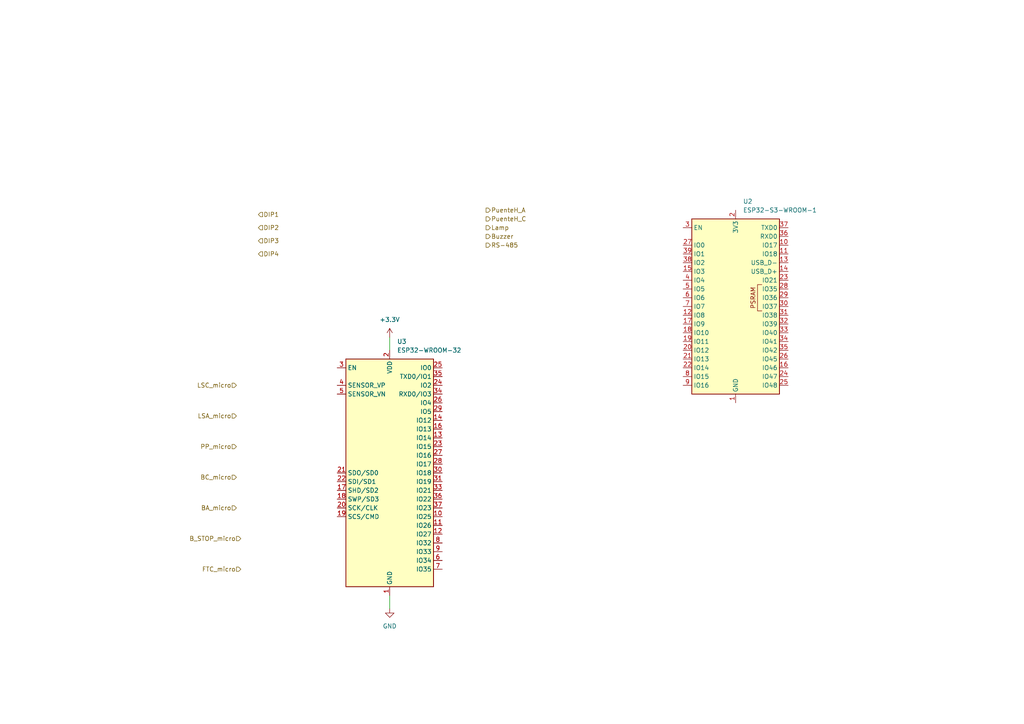
<source format=kicad_sch>
(kicad_sch
	(version 20250114)
	(generator "eeschema")
	(generator_version "9.0")
	(uuid "236dfe4a-e3ba-4b02-a8cb-721af9eabc13")
	(paper "A4")
	(lib_symbols
		(symbol "RF_Module:ESP32-S3-WROOM-1"
			(exclude_from_sim no)
			(in_bom yes)
			(on_board yes)
			(property "Reference" "U"
				(at -12.7 26.67 0)
				(effects
					(font
						(size 1.27 1.27)
					)
				)
			)
			(property "Value" "ESP32-S3-WROOM-1"
				(at 12.7 26.67 0)
				(effects
					(font
						(size 1.27 1.27)
					)
				)
			)
			(property "Footprint" "RF_Module:ESP32-S3-WROOM-1"
				(at 0 2.54 0)
				(effects
					(font
						(size 1.27 1.27)
					)
					(hide yes)
				)
			)
			(property "Datasheet" "https://www.espressif.com/sites/default/files/documentation/esp32-s3-wroom-1_wroom-1u_datasheet_en.pdf"
				(at 0 0 0)
				(effects
					(font
						(size 1.27 1.27)
					)
					(hide yes)
				)
			)
			(property "Description" "RF Module, ESP32-S3 SoC, Wi-Fi 802.11b/g/n, Bluetooth, BLE, 32-bit, 3.3V, onboard antenna, SMD"
				(at 0 0 0)
				(effects
					(font
						(size 1.27 1.27)
					)
					(hide yes)
				)
			)
			(property "ki_keywords" "RF Radio BT ESP ESP32-S3 Espressif onboard PCB antenna"
				(at 0 0 0)
				(effects
					(font
						(size 1.27 1.27)
					)
					(hide yes)
				)
			)
			(property "ki_fp_filters" "ESP32?S3?WROOM?1*"
				(at 0 0 0)
				(effects
					(font
						(size 1.27 1.27)
					)
					(hide yes)
				)
			)
			(symbol "ESP32-S3-WROOM-1_0_0"
				(rectangle
					(start -12.7 25.4)
					(end 12.7 -25.4)
					(stroke
						(width 0.254)
						(type default)
					)
					(fill
						(type background)
					)
				)
				(text "PSRAM"
					(at 5.08 2.54 900)
					(effects
						(font
							(size 1.27 1.27)
						)
					)
				)
			)
			(symbol "ESP32-S3-WROOM-1_0_1"
				(polyline
					(pts
						(xy 7.62 -1.27) (xy 6.35 -1.27) (xy 6.35 6.35) (xy 7.62 6.35)
					)
					(stroke
						(width 0)
						(type default)
					)
					(fill
						(type none)
					)
				)
			)
			(symbol "ESP32-S3-WROOM-1_1_1"
				(pin input line
					(at -15.24 22.86 0)
					(length 2.54)
					(name "EN"
						(effects
							(font
								(size 1.27 1.27)
							)
						)
					)
					(number "3"
						(effects
							(font
								(size 1.27 1.27)
							)
						)
					)
				)
				(pin bidirectional line
					(at -15.24 17.78 0)
					(length 2.54)
					(name "IO0"
						(effects
							(font
								(size 1.27 1.27)
							)
						)
					)
					(number "27"
						(effects
							(font
								(size 1.27 1.27)
							)
						)
					)
				)
				(pin bidirectional line
					(at -15.24 15.24 0)
					(length 2.54)
					(name "IO1"
						(effects
							(font
								(size 1.27 1.27)
							)
						)
					)
					(number "39"
						(effects
							(font
								(size 1.27 1.27)
							)
						)
					)
				)
				(pin bidirectional line
					(at -15.24 12.7 0)
					(length 2.54)
					(name "IO2"
						(effects
							(font
								(size 1.27 1.27)
							)
						)
					)
					(number "38"
						(effects
							(font
								(size 1.27 1.27)
							)
						)
					)
				)
				(pin bidirectional line
					(at -15.24 10.16 0)
					(length 2.54)
					(name "IO3"
						(effects
							(font
								(size 1.27 1.27)
							)
						)
					)
					(number "15"
						(effects
							(font
								(size 1.27 1.27)
							)
						)
					)
				)
				(pin bidirectional line
					(at -15.24 7.62 0)
					(length 2.54)
					(name "IO4"
						(effects
							(font
								(size 1.27 1.27)
							)
						)
					)
					(number "4"
						(effects
							(font
								(size 1.27 1.27)
							)
						)
					)
				)
				(pin bidirectional line
					(at -15.24 5.08 0)
					(length 2.54)
					(name "IO5"
						(effects
							(font
								(size 1.27 1.27)
							)
						)
					)
					(number "5"
						(effects
							(font
								(size 1.27 1.27)
							)
						)
					)
				)
				(pin bidirectional line
					(at -15.24 2.54 0)
					(length 2.54)
					(name "IO6"
						(effects
							(font
								(size 1.27 1.27)
							)
						)
					)
					(number "6"
						(effects
							(font
								(size 1.27 1.27)
							)
						)
					)
				)
				(pin bidirectional line
					(at -15.24 0 0)
					(length 2.54)
					(name "IO7"
						(effects
							(font
								(size 1.27 1.27)
							)
						)
					)
					(number "7"
						(effects
							(font
								(size 1.27 1.27)
							)
						)
					)
				)
				(pin bidirectional line
					(at -15.24 -2.54 0)
					(length 2.54)
					(name "IO8"
						(effects
							(font
								(size 1.27 1.27)
							)
						)
					)
					(number "12"
						(effects
							(font
								(size 1.27 1.27)
							)
						)
					)
				)
				(pin bidirectional line
					(at -15.24 -5.08 0)
					(length 2.54)
					(name "IO9"
						(effects
							(font
								(size 1.27 1.27)
							)
						)
					)
					(number "17"
						(effects
							(font
								(size 1.27 1.27)
							)
						)
					)
				)
				(pin bidirectional line
					(at -15.24 -7.62 0)
					(length 2.54)
					(name "IO10"
						(effects
							(font
								(size 1.27 1.27)
							)
						)
					)
					(number "18"
						(effects
							(font
								(size 1.27 1.27)
							)
						)
					)
				)
				(pin bidirectional line
					(at -15.24 -10.16 0)
					(length 2.54)
					(name "IO11"
						(effects
							(font
								(size 1.27 1.27)
							)
						)
					)
					(number "19"
						(effects
							(font
								(size 1.27 1.27)
							)
						)
					)
				)
				(pin bidirectional line
					(at -15.24 -12.7 0)
					(length 2.54)
					(name "IO12"
						(effects
							(font
								(size 1.27 1.27)
							)
						)
					)
					(number "20"
						(effects
							(font
								(size 1.27 1.27)
							)
						)
					)
				)
				(pin bidirectional line
					(at -15.24 -15.24 0)
					(length 2.54)
					(name "IO13"
						(effects
							(font
								(size 1.27 1.27)
							)
						)
					)
					(number "21"
						(effects
							(font
								(size 1.27 1.27)
							)
						)
					)
				)
				(pin bidirectional line
					(at -15.24 -17.78 0)
					(length 2.54)
					(name "IO14"
						(effects
							(font
								(size 1.27 1.27)
							)
						)
					)
					(number "22"
						(effects
							(font
								(size 1.27 1.27)
							)
						)
					)
				)
				(pin bidirectional line
					(at -15.24 -20.32 0)
					(length 2.54)
					(name "IO15"
						(effects
							(font
								(size 1.27 1.27)
							)
						)
					)
					(number "8"
						(effects
							(font
								(size 1.27 1.27)
							)
						)
					)
				)
				(pin bidirectional line
					(at -15.24 -22.86 0)
					(length 2.54)
					(name "IO16"
						(effects
							(font
								(size 1.27 1.27)
							)
						)
					)
					(number "9"
						(effects
							(font
								(size 1.27 1.27)
							)
						)
					)
				)
				(pin power_in line
					(at 0 27.94 270)
					(length 2.54)
					(name "3V3"
						(effects
							(font
								(size 1.27 1.27)
							)
						)
					)
					(number "2"
						(effects
							(font
								(size 1.27 1.27)
							)
						)
					)
				)
				(pin power_in line
					(at 0 -27.94 90)
					(length 2.54)
					(name "GND"
						(effects
							(font
								(size 1.27 1.27)
							)
						)
					)
					(number "1"
						(effects
							(font
								(size 1.27 1.27)
							)
						)
					)
				)
				(pin passive line
					(at 0 -27.94 90)
					(length 2.54)
					(hide yes)
					(name "GND"
						(effects
							(font
								(size 1.27 1.27)
							)
						)
					)
					(number "40"
						(effects
							(font
								(size 1.27 1.27)
							)
						)
					)
				)
				(pin passive line
					(at 0 -27.94 90)
					(length 2.54)
					(hide yes)
					(name "GND"
						(effects
							(font
								(size 1.27 1.27)
							)
						)
					)
					(number "41"
						(effects
							(font
								(size 1.27 1.27)
							)
						)
					)
				)
				(pin bidirectional line
					(at 15.24 22.86 180)
					(length 2.54)
					(name "TXD0"
						(effects
							(font
								(size 1.27 1.27)
							)
						)
					)
					(number "37"
						(effects
							(font
								(size 1.27 1.27)
							)
						)
					)
				)
				(pin bidirectional line
					(at 15.24 20.32 180)
					(length 2.54)
					(name "RXD0"
						(effects
							(font
								(size 1.27 1.27)
							)
						)
					)
					(number "36"
						(effects
							(font
								(size 1.27 1.27)
							)
						)
					)
				)
				(pin bidirectional line
					(at 15.24 17.78 180)
					(length 2.54)
					(name "IO17"
						(effects
							(font
								(size 1.27 1.27)
							)
						)
					)
					(number "10"
						(effects
							(font
								(size 1.27 1.27)
							)
						)
					)
				)
				(pin bidirectional line
					(at 15.24 15.24 180)
					(length 2.54)
					(name "IO18"
						(effects
							(font
								(size 1.27 1.27)
							)
						)
					)
					(number "11"
						(effects
							(font
								(size 1.27 1.27)
							)
						)
					)
				)
				(pin bidirectional line
					(at 15.24 12.7 180)
					(length 2.54)
					(name "USB_D-"
						(effects
							(font
								(size 1.27 1.27)
							)
						)
					)
					(number "13"
						(effects
							(font
								(size 1.27 1.27)
							)
						)
					)
					(alternate "IO19" bidirectional line)
				)
				(pin bidirectional line
					(at 15.24 10.16 180)
					(length 2.54)
					(name "USB_D+"
						(effects
							(font
								(size 1.27 1.27)
							)
						)
					)
					(number "14"
						(effects
							(font
								(size 1.27 1.27)
							)
						)
					)
					(alternate "IO20" bidirectional line)
				)
				(pin bidirectional line
					(at 15.24 7.62 180)
					(length 2.54)
					(name "IO21"
						(effects
							(font
								(size 1.27 1.27)
							)
						)
					)
					(number "23"
						(effects
							(font
								(size 1.27 1.27)
							)
						)
					)
				)
				(pin bidirectional line
					(at 15.24 5.08 180)
					(length 2.54)
					(name "IO35"
						(effects
							(font
								(size 1.27 1.27)
							)
						)
					)
					(number "28"
						(effects
							(font
								(size 1.27 1.27)
							)
						)
					)
				)
				(pin bidirectional line
					(at 15.24 2.54 180)
					(length 2.54)
					(name "IO36"
						(effects
							(font
								(size 1.27 1.27)
							)
						)
					)
					(number "29"
						(effects
							(font
								(size 1.27 1.27)
							)
						)
					)
				)
				(pin bidirectional line
					(at 15.24 0 180)
					(length 2.54)
					(name "IO37"
						(effects
							(font
								(size 1.27 1.27)
							)
						)
					)
					(number "30"
						(effects
							(font
								(size 1.27 1.27)
							)
						)
					)
				)
				(pin bidirectional line
					(at 15.24 -2.54 180)
					(length 2.54)
					(name "IO38"
						(effects
							(font
								(size 1.27 1.27)
							)
						)
					)
					(number "31"
						(effects
							(font
								(size 1.27 1.27)
							)
						)
					)
				)
				(pin bidirectional line
					(at 15.24 -5.08 180)
					(length 2.54)
					(name "IO39"
						(effects
							(font
								(size 1.27 1.27)
							)
						)
					)
					(number "32"
						(effects
							(font
								(size 1.27 1.27)
							)
						)
					)
				)
				(pin bidirectional line
					(at 15.24 -7.62 180)
					(length 2.54)
					(name "IO40"
						(effects
							(font
								(size 1.27 1.27)
							)
						)
					)
					(number "33"
						(effects
							(font
								(size 1.27 1.27)
							)
						)
					)
				)
				(pin bidirectional line
					(at 15.24 -10.16 180)
					(length 2.54)
					(name "IO41"
						(effects
							(font
								(size 1.27 1.27)
							)
						)
					)
					(number "34"
						(effects
							(font
								(size 1.27 1.27)
							)
						)
					)
				)
				(pin bidirectional line
					(at 15.24 -12.7 180)
					(length 2.54)
					(name "IO42"
						(effects
							(font
								(size 1.27 1.27)
							)
						)
					)
					(number "35"
						(effects
							(font
								(size 1.27 1.27)
							)
						)
					)
				)
				(pin bidirectional line
					(at 15.24 -15.24 180)
					(length 2.54)
					(name "IO45"
						(effects
							(font
								(size 1.27 1.27)
							)
						)
					)
					(number "26"
						(effects
							(font
								(size 1.27 1.27)
							)
						)
					)
				)
				(pin bidirectional line
					(at 15.24 -17.78 180)
					(length 2.54)
					(name "IO46"
						(effects
							(font
								(size 1.27 1.27)
							)
						)
					)
					(number "16"
						(effects
							(font
								(size 1.27 1.27)
							)
						)
					)
				)
				(pin bidirectional line
					(at 15.24 -20.32 180)
					(length 2.54)
					(name "IO47"
						(effects
							(font
								(size 1.27 1.27)
							)
						)
					)
					(number "24"
						(effects
							(font
								(size 1.27 1.27)
							)
						)
					)
				)
				(pin bidirectional line
					(at 15.24 -22.86 180)
					(length 2.54)
					(name "IO48"
						(effects
							(font
								(size 1.27 1.27)
							)
						)
					)
					(number "25"
						(effects
							(font
								(size 1.27 1.27)
							)
						)
					)
				)
			)
			(embedded_fonts no)
		)
		(symbol "RF_Module:ESP32-WROOM-32"
			(exclude_from_sim no)
			(in_bom yes)
			(on_board yes)
			(property "Reference" "U"
				(at -12.7 34.29 0)
				(effects
					(font
						(size 1.27 1.27)
					)
					(justify left)
				)
			)
			(property "Value" "ESP32-WROOM-32"
				(at 1.27 34.29 0)
				(effects
					(font
						(size 1.27 1.27)
					)
					(justify left)
				)
			)
			(property "Footprint" "RF_Module:ESP32-WROOM-32"
				(at 0 -38.1 0)
				(effects
					(font
						(size 1.27 1.27)
					)
					(hide yes)
				)
			)
			(property "Datasheet" "https://www.espressif.com/sites/default/files/documentation/esp32-wroom-32_datasheet_en.pdf"
				(at -7.62 1.27 0)
				(effects
					(font
						(size 1.27 1.27)
					)
					(hide yes)
				)
			)
			(property "Description" "RF Module, ESP32-D0WDQ6 SoC, Wi-Fi 802.11b/g/n, Bluetooth, BLE, 32-bit, 2.7-3.6V, onboard antenna, SMD"
				(at 0 0 0)
				(effects
					(font
						(size 1.27 1.27)
					)
					(hide yes)
				)
			)
			(property "ki_keywords" "RF Radio BT ESP ESP32 Espressif onboard PCB antenna"
				(at 0 0 0)
				(effects
					(font
						(size 1.27 1.27)
					)
					(hide yes)
				)
			)
			(property "ki_fp_filters" "ESP32?WROOM?32*"
				(at 0 0 0)
				(effects
					(font
						(size 1.27 1.27)
					)
					(hide yes)
				)
			)
			(symbol "ESP32-WROOM-32_0_1"
				(rectangle
					(start -12.7 33.02)
					(end 12.7 -33.02)
					(stroke
						(width 0.254)
						(type default)
					)
					(fill
						(type background)
					)
				)
			)
			(symbol "ESP32-WROOM-32_1_1"
				(pin input line
					(at -15.24 30.48 0)
					(length 2.54)
					(name "EN"
						(effects
							(font
								(size 1.27 1.27)
							)
						)
					)
					(number "3"
						(effects
							(font
								(size 1.27 1.27)
							)
						)
					)
				)
				(pin input line
					(at -15.24 25.4 0)
					(length 2.54)
					(name "SENSOR_VP"
						(effects
							(font
								(size 1.27 1.27)
							)
						)
					)
					(number "4"
						(effects
							(font
								(size 1.27 1.27)
							)
						)
					)
				)
				(pin input line
					(at -15.24 22.86 0)
					(length 2.54)
					(name "SENSOR_VN"
						(effects
							(font
								(size 1.27 1.27)
							)
						)
					)
					(number "5"
						(effects
							(font
								(size 1.27 1.27)
							)
						)
					)
				)
				(pin bidirectional line
					(at -15.24 0 0)
					(length 2.54)
					(name "SDO/SD0"
						(effects
							(font
								(size 1.27 1.27)
							)
						)
					)
					(number "21"
						(effects
							(font
								(size 1.27 1.27)
							)
						)
					)
				)
				(pin bidirectional line
					(at -15.24 -2.54 0)
					(length 2.54)
					(name "SDI/SD1"
						(effects
							(font
								(size 1.27 1.27)
							)
						)
					)
					(number "22"
						(effects
							(font
								(size 1.27 1.27)
							)
						)
					)
				)
				(pin bidirectional line
					(at -15.24 -5.08 0)
					(length 2.54)
					(name "SHD/SD2"
						(effects
							(font
								(size 1.27 1.27)
							)
						)
					)
					(number "17"
						(effects
							(font
								(size 1.27 1.27)
							)
						)
					)
				)
				(pin bidirectional line
					(at -15.24 -7.62 0)
					(length 2.54)
					(name "SWP/SD3"
						(effects
							(font
								(size 1.27 1.27)
							)
						)
					)
					(number "18"
						(effects
							(font
								(size 1.27 1.27)
							)
						)
					)
				)
				(pin bidirectional line
					(at -15.24 -10.16 0)
					(length 2.54)
					(name "SCK/CLK"
						(effects
							(font
								(size 1.27 1.27)
							)
						)
					)
					(number "20"
						(effects
							(font
								(size 1.27 1.27)
							)
						)
					)
				)
				(pin bidirectional line
					(at -15.24 -12.7 0)
					(length 2.54)
					(name "SCS/CMD"
						(effects
							(font
								(size 1.27 1.27)
							)
						)
					)
					(number "19"
						(effects
							(font
								(size 1.27 1.27)
							)
						)
					)
				)
				(pin no_connect line
					(at -12.7 -27.94 0)
					(length 2.54)
					(hide yes)
					(name "NC"
						(effects
							(font
								(size 1.27 1.27)
							)
						)
					)
					(number "32"
						(effects
							(font
								(size 1.27 1.27)
							)
						)
					)
				)
				(pin power_in line
					(at 0 35.56 270)
					(length 2.54)
					(name "VDD"
						(effects
							(font
								(size 1.27 1.27)
							)
						)
					)
					(number "2"
						(effects
							(font
								(size 1.27 1.27)
							)
						)
					)
				)
				(pin power_in line
					(at 0 -35.56 90)
					(length 2.54)
					(name "GND"
						(effects
							(font
								(size 1.27 1.27)
							)
						)
					)
					(number "1"
						(effects
							(font
								(size 1.27 1.27)
							)
						)
					)
				)
				(pin passive line
					(at 0 -35.56 90)
					(length 2.54)
					(hide yes)
					(name "GND"
						(effects
							(font
								(size 1.27 1.27)
							)
						)
					)
					(number "15"
						(effects
							(font
								(size 1.27 1.27)
							)
						)
					)
				)
				(pin passive line
					(at 0 -35.56 90)
					(length 2.54)
					(hide yes)
					(name "GND"
						(effects
							(font
								(size 1.27 1.27)
							)
						)
					)
					(number "38"
						(effects
							(font
								(size 1.27 1.27)
							)
						)
					)
				)
				(pin passive line
					(at 0 -35.56 90)
					(length 2.54)
					(hide yes)
					(name "GND"
						(effects
							(font
								(size 1.27 1.27)
							)
						)
					)
					(number "39"
						(effects
							(font
								(size 1.27 1.27)
							)
						)
					)
				)
				(pin bidirectional line
					(at 15.24 30.48 180)
					(length 2.54)
					(name "IO0"
						(effects
							(font
								(size 1.27 1.27)
							)
						)
					)
					(number "25"
						(effects
							(font
								(size 1.27 1.27)
							)
						)
					)
				)
				(pin bidirectional line
					(at 15.24 27.94 180)
					(length 2.54)
					(name "TXD0/IO1"
						(effects
							(font
								(size 1.27 1.27)
							)
						)
					)
					(number "35"
						(effects
							(font
								(size 1.27 1.27)
							)
						)
					)
				)
				(pin bidirectional line
					(at 15.24 25.4 180)
					(length 2.54)
					(name "IO2"
						(effects
							(font
								(size 1.27 1.27)
							)
						)
					)
					(number "24"
						(effects
							(font
								(size 1.27 1.27)
							)
						)
					)
				)
				(pin bidirectional line
					(at 15.24 22.86 180)
					(length 2.54)
					(name "RXD0/IO3"
						(effects
							(font
								(size 1.27 1.27)
							)
						)
					)
					(number "34"
						(effects
							(font
								(size 1.27 1.27)
							)
						)
					)
				)
				(pin bidirectional line
					(at 15.24 20.32 180)
					(length 2.54)
					(name "IO4"
						(effects
							(font
								(size 1.27 1.27)
							)
						)
					)
					(number "26"
						(effects
							(font
								(size 1.27 1.27)
							)
						)
					)
				)
				(pin bidirectional line
					(at 15.24 17.78 180)
					(length 2.54)
					(name "IO5"
						(effects
							(font
								(size 1.27 1.27)
							)
						)
					)
					(number "29"
						(effects
							(font
								(size 1.27 1.27)
							)
						)
					)
				)
				(pin bidirectional line
					(at 15.24 15.24 180)
					(length 2.54)
					(name "IO12"
						(effects
							(font
								(size 1.27 1.27)
							)
						)
					)
					(number "14"
						(effects
							(font
								(size 1.27 1.27)
							)
						)
					)
				)
				(pin bidirectional line
					(at 15.24 12.7 180)
					(length 2.54)
					(name "IO13"
						(effects
							(font
								(size 1.27 1.27)
							)
						)
					)
					(number "16"
						(effects
							(font
								(size 1.27 1.27)
							)
						)
					)
				)
				(pin bidirectional line
					(at 15.24 10.16 180)
					(length 2.54)
					(name "IO14"
						(effects
							(font
								(size 1.27 1.27)
							)
						)
					)
					(number "13"
						(effects
							(font
								(size 1.27 1.27)
							)
						)
					)
				)
				(pin bidirectional line
					(at 15.24 7.62 180)
					(length 2.54)
					(name "IO15"
						(effects
							(font
								(size 1.27 1.27)
							)
						)
					)
					(number "23"
						(effects
							(font
								(size 1.27 1.27)
							)
						)
					)
				)
				(pin bidirectional line
					(at 15.24 5.08 180)
					(length 2.54)
					(name "IO16"
						(effects
							(font
								(size 1.27 1.27)
							)
						)
					)
					(number "27"
						(effects
							(font
								(size 1.27 1.27)
							)
						)
					)
				)
				(pin bidirectional line
					(at 15.24 2.54 180)
					(length 2.54)
					(name "IO17"
						(effects
							(font
								(size 1.27 1.27)
							)
						)
					)
					(number "28"
						(effects
							(font
								(size 1.27 1.27)
							)
						)
					)
				)
				(pin bidirectional line
					(at 15.24 0 180)
					(length 2.54)
					(name "IO18"
						(effects
							(font
								(size 1.27 1.27)
							)
						)
					)
					(number "30"
						(effects
							(font
								(size 1.27 1.27)
							)
						)
					)
				)
				(pin bidirectional line
					(at 15.24 -2.54 180)
					(length 2.54)
					(name "IO19"
						(effects
							(font
								(size 1.27 1.27)
							)
						)
					)
					(number "31"
						(effects
							(font
								(size 1.27 1.27)
							)
						)
					)
				)
				(pin bidirectional line
					(at 15.24 -5.08 180)
					(length 2.54)
					(name "IO21"
						(effects
							(font
								(size 1.27 1.27)
							)
						)
					)
					(number "33"
						(effects
							(font
								(size 1.27 1.27)
							)
						)
					)
				)
				(pin bidirectional line
					(at 15.24 -7.62 180)
					(length 2.54)
					(name "IO22"
						(effects
							(font
								(size 1.27 1.27)
							)
						)
					)
					(number "36"
						(effects
							(font
								(size 1.27 1.27)
							)
						)
					)
				)
				(pin bidirectional line
					(at 15.24 -10.16 180)
					(length 2.54)
					(name "IO23"
						(effects
							(font
								(size 1.27 1.27)
							)
						)
					)
					(number "37"
						(effects
							(font
								(size 1.27 1.27)
							)
						)
					)
				)
				(pin bidirectional line
					(at 15.24 -12.7 180)
					(length 2.54)
					(name "IO25"
						(effects
							(font
								(size 1.27 1.27)
							)
						)
					)
					(number "10"
						(effects
							(font
								(size 1.27 1.27)
							)
						)
					)
				)
				(pin bidirectional line
					(at 15.24 -15.24 180)
					(length 2.54)
					(name "IO26"
						(effects
							(font
								(size 1.27 1.27)
							)
						)
					)
					(number "11"
						(effects
							(font
								(size 1.27 1.27)
							)
						)
					)
				)
				(pin bidirectional line
					(at 15.24 -17.78 180)
					(length 2.54)
					(name "IO27"
						(effects
							(font
								(size 1.27 1.27)
							)
						)
					)
					(number "12"
						(effects
							(font
								(size 1.27 1.27)
							)
						)
					)
				)
				(pin bidirectional line
					(at 15.24 -20.32 180)
					(length 2.54)
					(name "IO32"
						(effects
							(font
								(size 1.27 1.27)
							)
						)
					)
					(number "8"
						(effects
							(font
								(size 1.27 1.27)
							)
						)
					)
				)
				(pin bidirectional line
					(at 15.24 -22.86 180)
					(length 2.54)
					(name "IO33"
						(effects
							(font
								(size 1.27 1.27)
							)
						)
					)
					(number "9"
						(effects
							(font
								(size 1.27 1.27)
							)
						)
					)
				)
				(pin input line
					(at 15.24 -25.4 180)
					(length 2.54)
					(name "IO34"
						(effects
							(font
								(size 1.27 1.27)
							)
						)
					)
					(number "6"
						(effects
							(font
								(size 1.27 1.27)
							)
						)
					)
				)
				(pin input line
					(at 15.24 -27.94 180)
					(length 2.54)
					(name "IO35"
						(effects
							(font
								(size 1.27 1.27)
							)
						)
					)
					(number "7"
						(effects
							(font
								(size 1.27 1.27)
							)
						)
					)
				)
			)
			(embedded_fonts no)
		)
		(symbol "power:+3.3V"
			(power)
			(pin_numbers
				(hide yes)
			)
			(pin_names
				(offset 0)
				(hide yes)
			)
			(exclude_from_sim no)
			(in_bom yes)
			(on_board yes)
			(property "Reference" "#PWR"
				(at 0 -3.81 0)
				(effects
					(font
						(size 1.27 1.27)
					)
					(hide yes)
				)
			)
			(property "Value" "+3.3V"
				(at 0 3.556 0)
				(effects
					(font
						(size 1.27 1.27)
					)
				)
			)
			(property "Footprint" ""
				(at 0 0 0)
				(effects
					(font
						(size 1.27 1.27)
					)
					(hide yes)
				)
			)
			(property "Datasheet" ""
				(at 0 0 0)
				(effects
					(font
						(size 1.27 1.27)
					)
					(hide yes)
				)
			)
			(property "Description" "Power symbol creates a global label with name \"+3.3V\""
				(at 0 0 0)
				(effects
					(font
						(size 1.27 1.27)
					)
					(hide yes)
				)
			)
			(property "ki_keywords" "global power"
				(at 0 0 0)
				(effects
					(font
						(size 1.27 1.27)
					)
					(hide yes)
				)
			)
			(symbol "+3.3V_0_1"
				(polyline
					(pts
						(xy -0.762 1.27) (xy 0 2.54)
					)
					(stroke
						(width 0)
						(type default)
					)
					(fill
						(type none)
					)
				)
				(polyline
					(pts
						(xy 0 2.54) (xy 0.762 1.27)
					)
					(stroke
						(width 0)
						(type default)
					)
					(fill
						(type none)
					)
				)
				(polyline
					(pts
						(xy 0 0) (xy 0 2.54)
					)
					(stroke
						(width 0)
						(type default)
					)
					(fill
						(type none)
					)
				)
			)
			(symbol "+3.3V_1_1"
				(pin power_in line
					(at 0 0 90)
					(length 0)
					(name "~"
						(effects
							(font
								(size 1.27 1.27)
							)
						)
					)
					(number "1"
						(effects
							(font
								(size 1.27 1.27)
							)
						)
					)
				)
			)
			(embedded_fonts no)
		)
		(symbol "power:GND"
			(power)
			(pin_numbers
				(hide yes)
			)
			(pin_names
				(offset 0)
				(hide yes)
			)
			(exclude_from_sim no)
			(in_bom yes)
			(on_board yes)
			(property "Reference" "#PWR"
				(at 0 -6.35 0)
				(effects
					(font
						(size 1.27 1.27)
					)
					(hide yes)
				)
			)
			(property "Value" "GND"
				(at 0 -3.81 0)
				(effects
					(font
						(size 1.27 1.27)
					)
				)
			)
			(property "Footprint" ""
				(at 0 0 0)
				(effects
					(font
						(size 1.27 1.27)
					)
					(hide yes)
				)
			)
			(property "Datasheet" ""
				(at 0 0 0)
				(effects
					(font
						(size 1.27 1.27)
					)
					(hide yes)
				)
			)
			(property "Description" "Power symbol creates a global label with name \"GND\" , ground"
				(at 0 0 0)
				(effects
					(font
						(size 1.27 1.27)
					)
					(hide yes)
				)
			)
			(property "ki_keywords" "global power"
				(at 0 0 0)
				(effects
					(font
						(size 1.27 1.27)
					)
					(hide yes)
				)
			)
			(symbol "GND_0_1"
				(polyline
					(pts
						(xy 0 0) (xy 0 -1.27) (xy 1.27 -1.27) (xy 0 -2.54) (xy -1.27 -1.27) (xy 0 -1.27)
					)
					(stroke
						(width 0)
						(type default)
					)
					(fill
						(type none)
					)
				)
			)
			(symbol "GND_1_1"
				(pin power_in line
					(at 0 0 270)
					(length 0)
					(name "~"
						(effects
							(font
								(size 1.27 1.27)
							)
						)
					)
					(number "1"
						(effects
							(font
								(size 1.27 1.27)
							)
						)
					)
				)
			)
			(embedded_fonts no)
		)
	)
	(wire
		(pts
			(xy 113.03 97.79) (xy 113.03 101.6)
		)
		(stroke
			(width 0)
			(type default)
		)
		(uuid "0b5999f7-a524-4a1e-94b9-bb70ab48ac25")
	)
	(wire
		(pts
			(xy 113.03 172.72) (xy 113.03 176.53)
		)
		(stroke
			(width 0)
			(type default)
		)
		(uuid "9ebe6ee9-c615-43aa-8fbc-3cc64f9580b7")
	)
	(hierarchical_label "FTC_micro"
		(shape input)
		(at 69.85 165.1 180)
		(effects
			(font
				(size 1.27 1.27)
			)
			(justify right)
		)
		(uuid "244b0e09-4646-4546-a842-78cde00d50cb")
	)
	(hierarchical_label "PuenteH_A"
		(shape output)
		(at 140.97 60.96 0)
		(effects
			(font
				(size 1.27 1.27)
			)
			(justify left)
		)
		(uuid "25f5597b-ea15-4e76-9123-43d11779f582")
	)
	(hierarchical_label "DIP2"
		(shape input)
		(at 74.93 66.04 0)
		(effects
			(font
				(size 1.27 1.27)
			)
			(justify left)
		)
		(uuid "30182ae9-1680-4b34-abc1-f8ee561c748f")
	)
	(hierarchical_label "Buzzer"
		(shape output)
		(at 140.97 68.58 0)
		(effects
			(font
				(size 1.27 1.27)
			)
			(justify left)
		)
		(uuid "4116b551-6dcb-4bcc-9e60-0935d711a4a9")
	)
	(hierarchical_label "Lamp"
		(shape output)
		(at 140.97 66.04 0)
		(effects
			(font
				(size 1.27 1.27)
			)
			(justify left)
		)
		(uuid "4a43aaee-c486-45bd-a304-7025dc3e16f9")
	)
	(hierarchical_label "LSA_micro"
		(shape input)
		(at 68.58 120.65 180)
		(effects
			(font
				(size 1.27 1.27)
			)
			(justify right)
		)
		(uuid "52b35070-1a22-4098-b52d-ccccb39c3b8e")
	)
	(hierarchical_label "B_STOP_micro"
		(shape input)
		(at 69.85 156.21 180)
		(effects
			(font
				(size 1.27 1.27)
			)
			(justify right)
		)
		(uuid "634c9e09-ed8c-46a2-a660-669e982d1f01")
	)
	(hierarchical_label "DIP1"
		(shape input)
		(at 74.93 62.23 0)
		(effects
			(font
				(size 1.27 1.27)
			)
			(justify left)
		)
		(uuid "7040bce2-eee1-4bb7-a64d-43f75768b2f3")
	)
	(hierarchical_label "LSC_micro"
		(shape input)
		(at 68.58 111.76 180)
		(effects
			(font
				(size 1.27 1.27)
			)
			(justify right)
		)
		(uuid "75ede2b9-41af-4b63-8bdb-bcfaaa62d739")
	)
	(hierarchical_label "RS-485"
		(shape output)
		(at 140.97 71.12 0)
		(effects
			(font
				(size 1.27 1.27)
			)
			(justify left)
		)
		(uuid "97249e0a-4558-498e-8822-3a7cd89d1b44")
	)
	(hierarchical_label "DIP4"
		(shape input)
		(at 74.93 73.66 0)
		(effects
			(font
				(size 1.27 1.27)
			)
			(justify left)
		)
		(uuid "9a3d7433-5289-43c2-8e45-c9645324d0b2")
	)
	(hierarchical_label "PuenteH_C"
		(shape output)
		(at 140.97 63.5 0)
		(effects
			(font
				(size 1.27 1.27)
			)
			(justify left)
		)
		(uuid "ac02e2a6-02f2-4c23-a4da-585f28a516db")
	)
	(hierarchical_label "BC_micro"
		(shape input)
		(at 68.58 138.43 180)
		(effects
			(font
				(size 1.27 1.27)
			)
			(justify right)
		)
		(uuid "ba62a3cb-6156-4a8b-a7a8-ed4a8d54b0da")
	)
	(hierarchical_label "BA_micro"
		(shape input)
		(at 68.58 147.32 180)
		(effects
			(font
				(size 1.27 1.27)
			)
			(justify right)
		)
		(uuid "ca0c5504-2003-4255-8c0d-6f257e3416db")
	)
	(hierarchical_label "DIP3"
		(shape input)
		(at 74.93 69.85 0)
		(effects
			(font
				(size 1.27 1.27)
			)
			(justify left)
		)
		(uuid "e450c3ba-c360-457a-8c9a-2a6da61c6b31")
	)
	(hierarchical_label "PP_micro"
		(shape input)
		(at 68.58 129.54 180)
		(effects
			(font
				(size 1.27 1.27)
			)
			(justify right)
		)
		(uuid "eb2f2455-97de-4289-852d-d96be8223334")
	)
	(symbol
		(lib_id "RF_Module:ESP32-WROOM-32")
		(at 113.03 137.16 0)
		(unit 1)
		(exclude_from_sim no)
		(in_bom yes)
		(on_board yes)
		(dnp no)
		(fields_autoplaced yes)
		(uuid "128d8b96-e7ff-4a34-ab68-fe5fac91a538")
		(property "Reference" "U3"
			(at 115.1733 99.06 0)
			(effects
				(font
					(size 1.27 1.27)
				)
				(justify left)
			)
		)
		(property "Value" "ESP32-WROOM-32"
			(at 115.1733 101.6 0)
			(effects
				(font
					(size 1.27 1.27)
				)
				(justify left)
			)
		)
		(property "Footprint" "RF_Module:ESP32-WROOM-32"
			(at 113.03 175.26 0)
			(effects
				(font
					(size 1.27 1.27)
				)
				(hide yes)
			)
		)
		(property "Datasheet" "https://www.espressif.com/sites/default/files/documentation/esp32-wroom-32_datasheet_en.pdf"
			(at 105.41 135.89 0)
			(effects
				(font
					(size 1.27 1.27)
				)
				(hide yes)
			)
		)
		(property "Description" "RF Module, ESP32-D0WDQ6 SoC, Wi-Fi 802.11b/g/n, Bluetooth, BLE, 32-bit, 2.7-3.6V, onboard antenna, SMD"
			(at 113.03 137.16 0)
			(effects
				(font
					(size 1.27 1.27)
				)
				(hide yes)
			)
		)
		(pin "22"
			(uuid "87560913-9f80-4f9a-86be-17b4cf69e12a")
		)
		(pin "20"
			(uuid "ff0cffb3-9e46-4830-a277-d3fc18b448bd")
		)
		(pin "1"
			(uuid "33dfcbf8-14b1-4c5d-9137-22e54b17b798")
		)
		(pin "15"
			(uuid "836c0c68-85da-466e-ac11-6eeaf99b198b")
		)
		(pin "38"
			(uuid "f3cbb6d8-708b-4b1e-a0f3-1f9fb5aca9ac")
		)
		(pin "25"
			(uuid "612a427a-d6ed-4d24-8567-0d457ff0f895")
		)
		(pin "35"
			(uuid "384ce225-0bf6-45e9-9ea5-c0bea2f1e0a1")
		)
		(pin "32"
			(uuid "2dbd0a0f-7857-4809-9ff4-5965a993fab1")
		)
		(pin "21"
			(uuid "dac42969-a45a-4fb8-8cca-e00ffaf58b5f")
		)
		(pin "3"
			(uuid "7229431c-e87d-41aa-9600-ee9de96a725a")
		)
		(pin "5"
			(uuid "dac82f87-14b2-4d94-8f9a-0082a8f42ad8")
		)
		(pin "4"
			(uuid "dae9b688-9659-4a98-a107-f9e5091a5ec3")
		)
		(pin "17"
			(uuid "453e003f-a217-44d2-9447-9c42129bd281")
		)
		(pin "18"
			(uuid "e87a833f-5aad-44ad-aa69-8f933d13416c")
		)
		(pin "19"
			(uuid "54c8dee0-e7b5-422a-9ccb-3623baf5b718")
		)
		(pin "2"
			(uuid "26151391-106e-4cce-9f9d-1eb3d433f899")
		)
		(pin "39"
			(uuid "bf61e5f9-d752-44b3-9a12-1a7099596302")
		)
		(pin "24"
			(uuid "b6b452e3-6063-44fa-8b02-f5e8173077ca")
		)
		(pin "33"
			(uuid "d95220c5-a245-43f1-884f-9283ac33a005")
		)
		(pin "7"
			(uuid "2e1165ce-6d55-4584-9521-8d63efebb082")
		)
		(pin "37"
			(uuid "12e2023d-f05b-4528-94b5-59b1852d31d7")
		)
		(pin "14"
			(uuid "177bcbae-744b-4a84-a1b3-097c1e498a68")
		)
		(pin "36"
			(uuid "b6860773-1513-4ad3-a91e-94736be92f97")
		)
		(pin "8"
			(uuid "450889d9-b77a-4765-aaa1-5cb476cb7766")
		)
		(pin "30"
			(uuid "dbe1d1cb-bf6e-4bc9-9b9c-d977a1fcf57e")
		)
		(pin "27"
			(uuid "f60c433f-daf0-4c5d-aae3-b547b4d3dafa")
		)
		(pin "34"
			(uuid "eb82af2f-75b1-4901-8d82-7c5bc6d56159")
		)
		(pin "23"
			(uuid "4e6ca84a-9799-4448-a392-0b84add6f412")
		)
		(pin "10"
			(uuid "e783d965-6699-40e5-a961-d15c7aa98525")
		)
		(pin "12"
			(uuid "59378005-47c5-49fd-9147-79bc702340d1")
		)
		(pin "6"
			(uuid "d31b9e3c-ba76-4c68-b6d8-f928bc578925")
		)
		(pin "9"
			(uuid "fc0ec5dd-c9eb-445f-839f-c5dbbebcafec")
		)
		(pin "26"
			(uuid "3de926c0-0e48-46df-9103-1f34cb57c3f6")
		)
		(pin "28"
			(uuid "16c4af5b-7cbc-4691-8f2f-62331c77d9d6")
		)
		(pin "16"
			(uuid "c6cb80ee-1b88-4ef2-9524-4ee81ce2dffd")
		)
		(pin "29"
			(uuid "447d600f-a59c-41f2-99d2-c5110b3e5c3c")
		)
		(pin "31"
			(uuid "a0587564-cf27-49ca-9718-46fd97682d85")
		)
		(pin "13"
			(uuid "d1bd9528-3660-4769-9e75-8a0a98f72982")
		)
		(pin "11"
			(uuid "662f8b92-55e5-4a83-a2c4-ccfe363a7b5e")
		)
		(instances
			(project ""
				(path "/1b977d99-1d22-4971-9e37-13f65a474bc7/be4a5a19-382f-465e-8ce7-b4d36dda7d2a/5df3b7e9-7623-4507-b778-b28e041d7a6c"
					(reference "U3")
					(unit 1)
				)
			)
		)
	)
	(symbol
		(lib_id "power:GND")
		(at 113.03 176.53 0)
		(unit 1)
		(exclude_from_sim no)
		(in_bom yes)
		(on_board yes)
		(dnp no)
		(fields_autoplaced yes)
		(uuid "2ea62e90-fb7f-4f47-afca-7bf64143a818")
		(property "Reference" "#PWR010"
			(at 113.03 182.88 0)
			(effects
				(font
					(size 1.27 1.27)
				)
				(hide yes)
			)
		)
		(property "Value" "GND"
			(at 113.03 181.61 0)
			(effects
				(font
					(size 1.27 1.27)
				)
			)
		)
		(property "Footprint" ""
			(at 113.03 176.53 0)
			(effects
				(font
					(size 1.27 1.27)
				)
				(hide yes)
			)
		)
		(property "Datasheet" ""
			(at 113.03 176.53 0)
			(effects
				(font
					(size 1.27 1.27)
				)
				(hide yes)
			)
		)
		(property "Description" "Power symbol creates a global label with name \"GND\" , ground"
			(at 113.03 176.53 0)
			(effects
				(font
					(size 1.27 1.27)
				)
				(hide yes)
			)
		)
		(pin "1"
			(uuid "5fe41ecd-939b-44b8-b4ed-dddfc18542ce")
		)
		(instances
			(project ""
				(path "/1b977d99-1d22-4971-9e37-13f65a474bc7/be4a5a19-382f-465e-8ce7-b4d36dda7d2a/5df3b7e9-7623-4507-b778-b28e041d7a6c"
					(reference "#PWR010")
					(unit 1)
				)
			)
		)
	)
	(symbol
		(lib_id "RF_Module:ESP32-S3-WROOM-1")
		(at 213.36 88.9 0)
		(unit 1)
		(exclude_from_sim no)
		(in_bom yes)
		(on_board yes)
		(dnp no)
		(fields_autoplaced yes)
		(uuid "669beb42-7c6f-46e3-a22d-6fb8f02247c7")
		(property "Reference" "U2"
			(at 215.5033 58.42 0)
			(effects
				(font
					(size 1.27 1.27)
				)
				(justify left)
			)
		)
		(property "Value" "ESP32-S3-WROOM-1"
			(at 215.5033 60.96 0)
			(effects
				(font
					(size 1.27 1.27)
				)
				(justify left)
			)
		)
		(property "Footprint" "RF_Module:ESP32-S3-WROOM-1"
			(at 213.36 86.36 0)
			(effects
				(font
					(size 1.27 1.27)
				)
				(hide yes)
			)
		)
		(property "Datasheet" "https://www.espressif.com/sites/default/files/documentation/esp32-s3-wroom-1_wroom-1u_datasheet_en.pdf"
			(at 213.36 88.9 0)
			(effects
				(font
					(size 1.27 1.27)
				)
				(hide yes)
			)
		)
		(property "Description" "RF Module, ESP32-S3 SoC, Wi-Fi 802.11b/g/n, Bluetooth, BLE, 32-bit, 3.3V, onboard antenna, SMD"
			(at 213.36 88.9 0)
			(effects
				(font
					(size 1.27 1.27)
				)
				(hide yes)
			)
		)
		(pin "3"
			(uuid "2de34d5e-a062-4e17-897c-2369c017254c")
		)
		(pin "39"
			(uuid "46b8f560-21ed-495b-85b6-4fc28a301c4a")
		)
		(pin "7"
			(uuid "f832ce47-e43c-4e07-852e-0e80388c388f")
		)
		(pin "17"
			(uuid "5c7ce808-f937-49b0-949a-888f0ed36703")
		)
		(pin "20"
			(uuid "341a189f-b9e3-4b4d-bbae-64fc14367351")
		)
		(pin "22"
			(uuid "613e42f4-1ceb-4177-8072-bade6a3868c3")
		)
		(pin "38"
			(uuid "7e5ab759-0060-4e38-8c7b-f686f64b23b5")
		)
		(pin "27"
			(uuid "60bcb9f2-36fc-45f1-9344-fbf475ea269e")
		)
		(pin "4"
			(uuid "0255cd3a-1baa-4d5f-89e0-f7ddf9e046db")
		)
		(pin "15"
			(uuid "cb405d44-2046-49d5-827a-f20dd96b6d4c")
		)
		(pin "5"
			(uuid "9455aba6-4df1-4e73-ac70-6dcb91c024a0")
		)
		(pin "6"
			(uuid "70db2d38-cfc3-469d-bd65-0cb6183b6486")
		)
		(pin "12"
			(uuid "9ccafd32-867b-46f1-ae34-e34a39614311")
		)
		(pin "18"
			(uuid "a4b607de-b987-4c21-85b6-6d6429771130")
		)
		(pin "19"
			(uuid "0f18d8a6-efcf-4f86-9578-a666ac28b9ba")
		)
		(pin "21"
			(uuid "22365387-6ca1-41bb-8ebc-87caf4518154")
		)
		(pin "2"
			(uuid "8715ccbb-dbc9-49dd-af2a-e94421fe60bb")
		)
		(pin "35"
			(uuid "6a4805f8-85ee-4f91-a4f7-f839ee0911f5")
		)
		(pin "41"
			(uuid "ff5bf514-9af1-4114-a73a-9bb8f3e15e23")
		)
		(pin "11"
			(uuid "a21a6ba9-1964-4dcc-bb6d-2ac925580303")
		)
		(pin "10"
			(uuid "8260270f-a1e4-433a-872b-620affe98ab6")
		)
		(pin "13"
			(uuid "a9c55283-586c-48e9-aadb-8a12bf5efee2")
		)
		(pin "31"
			(uuid "52038050-443b-4703-b0eb-78b1f74ca123")
		)
		(pin "36"
			(uuid "c3eee0fd-1bb6-406d-b935-885f28ebb56a")
		)
		(pin "30"
			(uuid "6eb58126-02bb-4042-a954-ef46fbc8ff7c")
		)
		(pin "1"
			(uuid "8fd11c68-63bb-49c8-b3f3-e4e84b4c593d")
		)
		(pin "37"
			(uuid "04129740-c3ed-4242-9881-768caee2545c")
		)
		(pin "32"
			(uuid "055bab54-bda9-4815-a015-6a0c9ada5ec5")
		)
		(pin "34"
			(uuid "4b0929c5-1c26-4da3-906d-c30fb36ef238")
		)
		(pin "25"
			(uuid "43d72dff-afdc-4b8b-aa73-40666866b348")
		)
		(pin "29"
			(uuid "43fbb495-2014-4e03-9e83-f1829881529f")
		)
		(pin "16"
			(uuid "7081b976-13f5-4348-8df1-5d432ea54878")
		)
		(pin "9"
			(uuid "fa9b4203-64f5-425c-a2b6-4922ba5ff350")
		)
		(pin "8"
			(uuid "00877d1c-40cf-4582-917b-bb284591e58f")
		)
		(pin "40"
			(uuid "1c993d95-fdaf-4fea-b175-df42d70208c4")
		)
		(pin "23"
			(uuid "54caa329-764e-4a16-a763-9ace82b5b875")
		)
		(pin "28"
			(uuid "6088dbfa-0199-4448-8c9f-d62fd5c0ce15")
		)
		(pin "14"
			(uuid "2d24cfe2-920d-4fbf-ae90-4df99f222933")
		)
		(pin "33"
			(uuid "ef8c56c1-b0db-4a29-9406-3c5751ab74b0")
		)
		(pin "26"
			(uuid "acf26ef9-8213-478c-9062-78509841bfd3")
		)
		(pin "24"
			(uuid "e01e97d0-624b-405d-b021-6fc54e3be1e8")
		)
		(instances
			(project ""
				(path "/1b977d99-1d22-4971-9e37-13f65a474bc7/be4a5a19-382f-465e-8ce7-b4d36dda7d2a/5df3b7e9-7623-4507-b778-b28e041d7a6c"
					(reference "U2")
					(unit 1)
				)
			)
		)
	)
	(symbol
		(lib_id "power:+3.3V")
		(at 113.03 97.79 0)
		(unit 1)
		(exclude_from_sim no)
		(in_bom yes)
		(on_board yes)
		(dnp no)
		(fields_autoplaced yes)
		(uuid "da3edd4e-9b22-43fc-80d0-0b17ac3281fc")
		(property "Reference" "#PWR09"
			(at 113.03 101.6 0)
			(effects
				(font
					(size 1.27 1.27)
				)
				(hide yes)
			)
		)
		(property "Value" "+3.3V"
			(at 113.03 92.71 0)
			(effects
				(font
					(size 1.27 1.27)
				)
			)
		)
		(property "Footprint" ""
			(at 113.03 97.79 0)
			(effects
				(font
					(size 1.27 1.27)
				)
				(hide yes)
			)
		)
		(property "Datasheet" ""
			(at 113.03 97.79 0)
			(effects
				(font
					(size 1.27 1.27)
				)
				(hide yes)
			)
		)
		(property "Description" "Power symbol creates a global label with name \"+3.3V\""
			(at 113.03 97.79 0)
			(effects
				(font
					(size 1.27 1.27)
				)
				(hide yes)
			)
		)
		(pin "1"
			(uuid "5e6da688-659b-4084-8fe9-d7829274a162")
		)
		(instances
			(project ""
				(path "/1b977d99-1d22-4971-9e37-13f65a474bc7/be4a5a19-382f-465e-8ce7-b4d36dda7d2a/5df3b7e9-7623-4507-b778-b28e041d7a6c"
					(reference "#PWR09")
					(unit 1)
				)
			)
		)
	)
)

</source>
